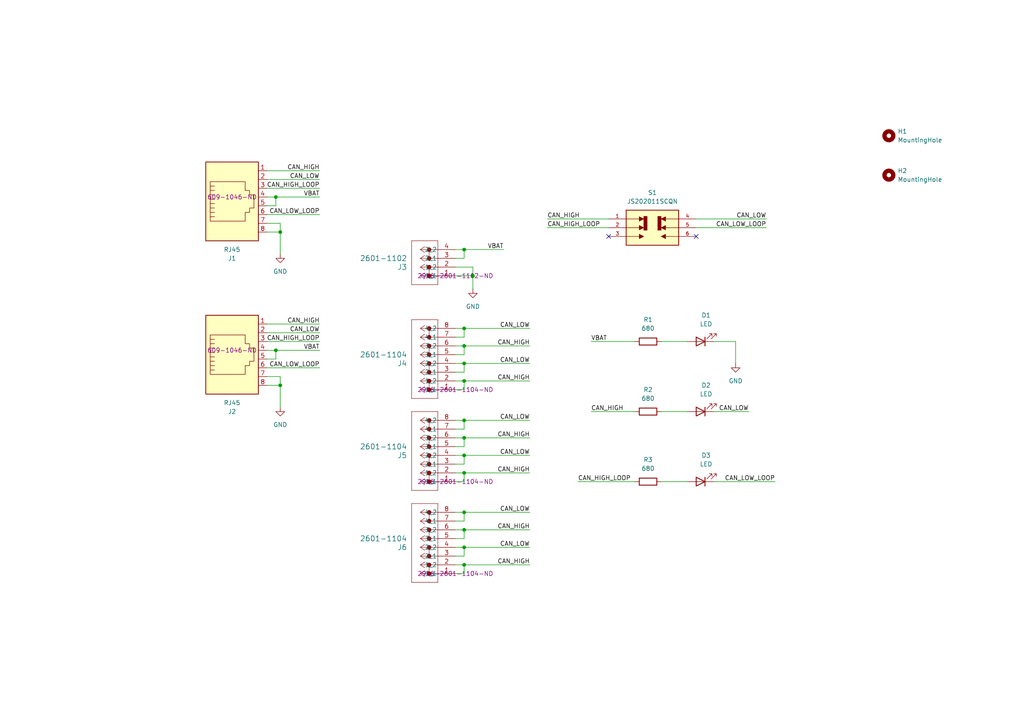
<source format=kicad_sch>
(kicad_sch (version 20250114) (generator "eeschema") (generator_version "9.0")
  (paper "A4")
  (title_block (title "Foyer CAN Wiring") (date "2025-04-16") (rev "A") (company "QNibble Systems") (comment 1 "Copyright 2025 Nick Butts"))
  (lib_symbols
    (symbol "Connector:RJ45" (pin_names (offset 1.016))
      (property "Reference" "J" (at -5.08 13.97 0))
      (property "Value" "RJ45" (at 2.54 13.97 0))
      (symbol "RJ45_0_1"
        (polyline (pts (xy -6.35 1.905) (xy -5.08 1.905) (xy -5.08 1.905)))
        (polyline (pts (xy -6.35 0.635) (xy -5.08 0.635) (xy -5.08 0.635)))
        (polyline (pts (xy -6.35 -0.635) (xy -5.08 -0.635) (xy -5.08 -0.635)))
        (polyline (pts (xy -6.35 -1.905) (xy -5.08 -1.905) (xy -5.08 -1.905)))
        (polyline (pts (xy -6.35 -3.175) (xy -5.08 -3.175) (xy -5.08 -3.175)))
        (polyline (pts (xy -6.35 -4.445) (xy -6.35 6.985) (xy 3.81 6.985) (xy 3.81 4.445) (xy 5.08 4.445) (xy 5.08 3.175) (xy 6.35 3.175) (xy 6.35 -0.635) (xy 5.08 -0.635) (xy 5.08 -1.905) (xy 3.81 -1.905) (xy 3.81 -4.445) (xy -6.35 -4.445) (xy -6.35 -4.445)))
        (polyline (pts (xy -5.08 5.715) (xy -6.35 5.715)))
        (polyline (pts (xy -5.08 4.445) (xy -6.35 4.445)))
        (polyline (pts (xy -5.08 3.175) (xy -6.35 3.175) (xy -6.35 3.175)))
        (rectangle (start 7.62 12.7) (end -7.62 -10.16) (stroke (width 0.254)) (fill (type background)))
      )
      (symbol "RJ45_1_1"
        (pin passive line (at 10.16 10.16 180) (length 2.54) (name "~") (number "8"))
        (pin passive line (at 10.16 7.62 180) (length 2.54) (name "~") (number "7"))
        (pin passive line (at 10.16 5.08 180) (length 2.54) (name "~") (number "6"))
        (pin passive line (at 10.16 2.54 180) (length 2.54) (name "~") (number "5"))
        (pin passive line (at 10.16 0 180) (length 2.54) (name "~") (number "4"))
        (pin passive line (at 10.16 -2.54 180) (length 2.54) (name "~") (number "3"))
        (pin passive line (at 10.16 -5.08 180) (length 2.54) (name "~") (number "2"))
        (pin passive line (at 10.16 -7.62 180) (length 2.54) (name "~") (number "1"))
      )
    )
    (symbol "Device:LED" (pin_numbers (hide yes)) (pin_names (offset 1.016) (hide yes))
      (property "Reference" "D" (at 0 2.54 0))
      (property "Value" "LED" (at 0 -2.54 0))
      (symbol "LED_0_1"
        (polyline (pts (xy -3.048 -0.762) (xy -4.572 -2.286) (xy -3.81 -2.286) (xy -4.572 -2.286) (xy -4.572 -1.524)))
        (polyline (pts (xy -1.778 -0.762) (xy -3.302 -2.286) (xy -2.54 -2.286) (xy -3.302 -2.286) (xy -3.302 -1.524)))
        (polyline (pts (xy -1.27 0) (xy 1.27 0)))
        (polyline (pts (xy -1.27 -1.27) (xy -1.27 1.27)) (stroke (width 0.254)))
        (polyline (pts (xy 1.27 -1.27) (xy 1.27 1.27) (xy -1.27 0) (xy 1.27 -1.27)) (stroke (width 0.254)))
      )
      (symbol "LED_1_1"
        (pin passive line (at -3.81 0 0) (length 2.54) (name "K") (number "1"))
        (pin passive line (at 3.81 0 180) (length 2.54) (name "A") (number "2"))
      )
    )
    (symbol "Device:R" (pin_numbers (hide yes)) (pin_names (offset 0))
      (property "Reference" "R" (at 2.032 0 90))
      (property "Value" "R" (at 0 0 90))
      (symbol "R_0_1"
        (rectangle (start -1.016 -2.54) (end 1.016 2.54) (stroke (width 0.254)))
      )
      (symbol "R_1_1"
        (pin passive line (at 0 3.81 270) (length 1.27) (name "~") (number "1"))
        (pin passive line (at 0 -3.81 90) (length 1.27) (name "~") (number "2"))
      )
    )
    (symbol "LocalSyms:JS202011SCQN" (pin_names (offset 1.016))
      (property "Reference" "S" (at -7.62 6.35 0))
      (property "Value" "JS202011SCQN" (at -7.62 -6.35 0))
      (symbol "JS202011SCQN_0_0"
        (polyline (pts (xy -7.62 2.54) (xy -3.81 2.54)) (stroke (width 0.1524)))
        (polyline (pts (xy -7.62 0) (xy -3.81 0)) (stroke (width 0.1524)))
        (polyline (pts (xy -7.62 -2.54) (xy -3.81 -2.54)) (stroke (width 0.1524)))
        (rectangle (start -7.62 -5.08) (end 7.62 5.08) (stroke (width 0.254)) (fill (type background)))
        (polyline (pts (xy -3.81 3.175) (xy -3.81 1.905) (xy -2.54 2.54) (xy -3.81 3.175)) (stroke (width 0.1524)) (fill (type outline)))
        (polyline (pts (xy -3.81 0.635) (xy -3.81 -0.635) (xy -2.54 0) (xy -3.81 0.635)) (stroke (width 0.1524)) (fill (type outline)))
        (polyline (pts (xy -3.81 -1.905) (xy -3.81 -3.175) (xy -2.54 -2.54) (xy -3.81 -1.905)) (stroke (width 0.1524)) (fill (type outline)))
        (polyline (pts (xy -2.54 3.302) (xy -2.54 -0.762) (xy -1.524 -0.762) (xy -1.524 3.302) (xy -2.54 3.302)) (stroke (width 0.0254)) (fill (type outline)))
        (polyline (pts (xy 1.524 3.302) (xy 1.524 -0.762) (xy 2.54 -0.762) (xy 2.54 3.302) (xy 1.524 3.302)) (stroke (width 0.0254)) (fill (type outline)))
        (polyline (pts (xy 3.81 1.905) (xy 3.81 3.175) (xy 2.54 2.54) (xy 3.81 1.905)) (stroke (width 0.1524)) (fill (type outline)))
        (polyline (pts (xy 3.81 -0.635) (xy 3.81 0.635) (xy 2.54 0) (xy 3.81 -0.635)) (stroke (width 0.1524)) (fill (type outline)))
        (polyline (pts (xy 3.81 -3.175) (xy 3.81 -1.905) (xy 2.54 -2.54) (xy 3.81 -3.175)) (stroke (width 0.1524)) (fill (type outline)))
        (polyline (pts (xy 7.62 2.54) (xy 3.81 2.54)) (stroke (width 0.1524)))
        (polyline (pts (xy 7.62 0) (xy 3.81 0)) (stroke (width 0.1524)))
        (polyline (pts (xy 7.62 -2.54) (xy 3.81 -2.54)) (stroke (width 0.1524)))
        (pin passive line (at -12.7 2.54 0) (length 5.08) (name "~") (number "1"))
        (pin passive line (at -12.7 0 0) (length 5.08) (name "~") (number "2"))
        (pin passive line (at -12.7 -2.54 0) (length 5.08) (name "~") (number "3"))
        (pin passive line (at 12.7 2.54 180) (length 5.08) (name "~") (number "4"))
        (pin passive line (at 12.7 0 180) (length 5.08) (name "~") (number "5"))
        (pin passive line (at 12.7 -2.54 180) (length 5.08) (name "~") (number "6"))
      )
    )
    (symbol "LocalSyms:WAGO 2601-1102" (pin_names (offset 0.254))
      (property "Reference" "J" (at 8.89 6.35 0))
      (property "Value" "2601-1102" (at 0 0 0))
      (symbol "WAGO 2601-1102_1_1"
        (polyline (pts (xy 5.08 2.54) (xy 5.08 -10.16)) (stroke (width 0.127)))
        (polyline (pts (xy 5.08 -10.16) (xy 12.7 -10.16)) (stroke (width 0.127)))
        (polyline (pts (xy 7.62 0) (xy 7.62 -2.54)) (stroke (width 0.127)))
        (circle (center 7.62 0) (radius 0.127) (stroke (width 0.508)))
        (circle (center 7.62 -2.54) (radius 0.127) (stroke (width 0.508)))
        (polyline (pts (xy 7.62 -5.08) (xy 7.62 -7.62)) (stroke (width 0.127)))
        (circle (center 7.62 -5.08) (radius 0.127) (stroke (width 0.508)))
        (circle (center 7.62 -7.62) (radius 0.127) (stroke (width 0.508)))
        (polyline (pts (xy 10.16 0) (xy 5.08 0)) (stroke (width 0.127)))
        (polyline (pts (xy 10.16 0) (xy 8.89 0.8467)) (stroke (width 0.127)))
        (polyline (pts (xy 10.16 0) (xy 8.89 -0.8467)) (stroke (width 0.127)))
        (polyline (pts (xy 10.16 -2.54) (xy 5.08 -2.54)) (stroke (width 0.127)))
        (polyline (pts (xy 10.16 -2.54) (xy 8.89 -1.6933)) (stroke (width 0.127)))
        (polyline (pts (xy 10.16 -2.54) (xy 8.89 -3.3867)) (stroke (width 0.127)))
        (polyline (pts (xy 10.16 -5.08) (xy 5.08 -5.08)) (stroke (width 0.127)))
        (polyline (pts (xy 10.16 -5.08) (xy 8.89 -4.2333)) (stroke (width 0.127)))
        (polyline (pts (xy 10.16 -5.08) (xy 8.89 -5.9267)) (stroke (width 0.127)))
        (polyline (pts (xy 10.16 -7.62) (xy 5.08 -7.62)) (stroke (width 0.127)))
        (polyline (pts (xy 10.16 -7.62) (xy 8.89 -6.7733)) (stroke (width 0.127)))
        (polyline (pts (xy 10.16 -7.62) (xy 8.89 -8.4667)) (stroke (width 0.127)))
        (polyline (pts (xy 12.7 2.54) (xy 5.08 2.54)) (stroke (width 0.127)))
        (polyline (pts (xy 12.7 -10.16) (xy 12.7 2.54)) (stroke (width 0.127)))
        (pin unspecified line (at 0 0 0) (length 5.08) (name "1_1") (number "1"))
        (pin unspecified line (at 0 -2.54 0) (length 5.08) (name "1_2") (number "2"))
        (pin unspecified line (at 0 -5.08 0) (length 5.08) (name "2_1") (number "3"))
        (pin unspecified line (at 0 -7.62 0) (length 5.08) (name "2_2") (number "4"))
      )
      (symbol "WAGO 2601-1102_1_2"
        (polyline (pts (xy 5.08 2.54) (xy 5.08 -10.16)) (stroke (width 0.127)))
        (polyline (pts (xy 5.08 -10.16) (xy 12.7 -10.16)) (stroke (width 0.127)))
        (polyline (pts (xy 7.62 0) (xy 7.62 -2.54)) (stroke (width 0.127)))
        (circle (center 7.62 0) (radius 0.127) (stroke (width 0.508)))
        (circle (center 7.62 -2.54) (radius 0.127) (stroke (width 0.508)))
        (polyline (pts (xy 7.62 -5.08) (xy 7.62 -7.62)) (stroke (width 0.127)))
        (circle (center 7.62 -5.08) (radius 0.127) (stroke (width 0.508)))
        (circle (center 7.62 -7.62) (radius 0.127) (stroke (width 0.508)))
        (polyline (pts (xy 10.16 0) (xy 5.08 0)) (stroke (width 0.127)))
        (polyline (pts (xy 10.16 0) (xy 8.89 0.8467)) (stroke (width 0.127)))
        (polyline (pts (xy 10.16 0) (xy 8.89 -0.8467)) (stroke (width 0.127)))
        (polyline (pts (xy 10.16 -2.54) (xy 5.08 -2.54)) (stroke (width 0.127)))
        (polyline (pts (xy 10.16 -2.54) (xy 8.89 -1.6933)) (stroke (width 0.127)))
        (polyline (pts (xy 10.16 -2.54) (xy 8.89 -3.3867)) (stroke (width 0.127)))
        (polyline (pts (xy 10.16 -5.08) (xy 5.08 -5.08)) (stroke (width 0.127)))
        (polyline (pts (xy 10.16 -5.08) (xy 8.89 -4.2333)) (stroke (width 0.127)))
        (polyline (pts (xy 10.16 -5.08) (xy 8.89 -5.9267)) (stroke (width 0.127)))
        (polyline (pts (xy 10.16 -7.62) (xy 5.08 -7.62)) (stroke (width 0.127)))
        (polyline (pts (xy 10.16 -7.62) (xy 8.89 -6.7733)) (stroke (width 0.127)))
        (polyline (pts (xy 10.16 -7.62) (xy 8.89 -8.4667)) (stroke (width 0.127)))
        (polyline (pts (xy 12.7 2.54) (xy 5.08 2.54)) (stroke (width 0.127)))
        (polyline (pts (xy 12.7 -10.16) (xy 12.7 2.54)) (stroke (width 0.127)))
        (pin unspecified line (at 0 0 0) (length 5.08) (name "1_1") (number "1"))
        (pin unspecified line (at 0 -2.54 0) (length 5.08) (name "1_2") (number "2"))
        (pin unspecified line (at 0 -5.08 0) (length 5.08) (name "2_1") (number "3"))
        (pin unspecified line (at 0 -7.62 0) (length 5.08) (name "2_2") (number "4"))
      )
    )
    (symbol "LocalSyms:WAGO 2601-1104" (pin_names (offset 0.254))
      (property "Reference" "J" (at 8.89 6.35 0))
      (property "Value" "2601-1104" (at 0 0 0))
      (symbol "WAGO 2601-1104_1_1"
        (polyline (pts (xy 5.08 2.54) (xy 5.08 -20.32)) (stroke (width 0.127)))
        (polyline (pts (xy 5.08 -20.32) (xy 12.7 -20.32)) (stroke (width 0.127)))
        (polyline (pts (xy 7.62 0) (xy 7.62 -2.54)) (stroke (width 0.127)))
        (circle (center 7.62 0) (radius 0.127) (stroke (width 0.508)))
        (circle (center 7.62 -2.54) (radius 0.127) (stroke (width 0.508)))
        (polyline (pts (xy 7.62 -5.08) (xy 7.62 -7.62)) (stroke (width 0.127)))
        (circle (center 7.62 -5.08) (radius 0.127) (stroke (width 0.508)))
        (circle (center 7.62 -7.62) (radius 0.127) (stroke (width 0.508)))
        (polyline (pts (xy 7.62 -10.16) (xy 7.62 -12.7)) (stroke (width 0.127)))
        (circle (center 7.62 -10.16) (radius 0.127) (stroke (width 0.508)))
        (circle (center 7.62 -12.7) (radius 0.127) (stroke (width 0.508)))
        (polyline (pts (xy 7.62 -15.24) (xy 7.62 -17.78)) (stroke (width 0.127)))
        (circle (center 7.62 -15.24) (radius 0.127) (stroke (width 0.508)))
        (circle (center 7.62 -17.78) (radius 0.127) (stroke (width 0.508)))
        (polyline (pts (xy 10.16 0) (xy 5.08 0)) (stroke (width 0.127)))
        (polyline (pts (xy 10.16 0) (xy 8.89 0.8467)) (stroke (width 0.127)))
        (polyline (pts (xy 10.16 0) (xy 8.89 -0.8467)) (stroke (width 0.127)))
        (polyline (pts (xy 10.16 -2.54) (xy 5.08 -2.54)) (stroke (width 0.127)))
        (polyline (pts (xy 10.16 -2.54) (xy 8.89 -1.6933)) (stroke (width 0.127)))
        (polyline (pts (xy 10.16 -2.54) (xy 8.89 -3.3867)) (stroke (width 0.127)))
        (polyline (pts (xy 10.16 -5.08) (xy 5.08 -5.08)) (stroke (width 0.127)))
        (polyline (pts (xy 10.16 -5.08) (xy 8.89 -4.2333)) (stroke (width 0.127)))
        (polyline (pts (xy 10.16 -5.08) (xy 8.89 -5.9267)) (stroke (width 0.127)))
        (polyline (pts (xy 10.16 -7.62) (xy 5.08 -7.62)) (stroke (width 0.127)))
        (polyline (pts (xy 10.16 -7.62) (xy 8.89 -6.7733)) (stroke (width 0.127)))
        (polyline (pts (xy 10.16 -7.62) (xy 8.89 -8.4667)) (stroke (width 0.127)))
        (polyline (pts (xy 10.16 -10.16) (xy 5.08 -10.16)) (stroke (width 0.127)))
        (polyline (pts (xy 10.16 -10.16) (xy 8.89 -9.3133)) (stroke (width 0.127)))
        (polyline (pts (xy 10.16 -10.16) (xy 8.89 -11.0067)) (stroke (width 0.127)))
        (polyline (pts (xy 10.16 -12.7) (xy 5.08 -12.7)) (stroke (width 0.127)))
        (polyline (pts (xy 10.16 -12.7) (xy 8.89 -11.8533)) (stroke (width 0.127)))
        (polyline (pts (xy 10.16 -12.7) (xy 8.89 -13.5467)) (stroke (width 0.127)))
        (polyline (pts (xy 10.16 -15.24) (xy 5.08 -15.24)) (stroke (width 0.127)))
        (polyline (pts (xy 10.16 -15.24) (xy 8.89 -14.3933)) (stroke (width 0.127)))
        (polyline (pts (xy 10.16 -15.24) (xy 8.89 -16.0867)) (stroke (width 0.127)))
        (polyline (pts (xy 10.16 -17.78) (xy 5.08 -17.78)) (stroke (width 0.127)))
        (polyline (pts (xy 10.16 -17.78) (xy 8.89 -16.9333)) (stroke (width 0.127)))
        (polyline (pts (xy 10.16 -17.78) (xy 8.89 -18.6267)) (stroke (width 0.127)))
        (polyline (pts (xy 12.7 2.54) (xy 5.08 2.54)) (stroke (width 0.127)))
        (polyline (pts (xy 12.7 -20.32) (xy 12.7 2.54)) (stroke (width 0.127)))
        (pin unspecified line (at 0 0 0) (length 5.08) (name "1_1") (number "1"))
        (pin unspecified line (at 0 -2.54 0) (length 5.08) (name "1_2") (number "2"))
        (pin unspecified line (at 0 -5.08 0) (length 5.08) (name "2_1") (number "3"))
        (pin unspecified line (at 0 -7.62 0) (length 5.08) (name "2_2") (number "4"))
        (pin unspecified line (at 0 -10.16 0) (length 5.08) (name "3_1") (number "5"))
        (pin unspecified line (at 0 -12.7 0) (length 5.08) (name "3_2") (number "6"))
        (pin unspecified line (at 0 -15.24 0) (length 5.08) (name "4_1") (number "7"))
        (pin unspecified line (at 0 -17.78 0) (length 5.08) (name "4_2") (number "8"))
      )
      (symbol "WAGO 2601-1104_1_2"
        (polyline (pts (xy 5.08 2.54) (xy 5.08 -20.32)) (stroke (width 0.127)))
        (polyline (pts (xy 5.08 -20.32) (xy 12.7 -20.32)) (stroke (width 0.127)))
        (polyline (pts (xy 7.62 0) (xy 7.62 -2.54)) (stroke (width 0.127)))
        (circle (center 7.62 0) (radius 0.127) (stroke (width 0.508)))
        (circle (center 7.62 -2.54) (radius 0.127) (stroke (width 0.508)))
        (polyline (pts (xy 7.62 -5.08) (xy 7.62 -7.62)) (stroke (width 0.127)))
        (circle (center 7.62 -5.08) (radius 0.127) (stroke (width 0.508)))
        (circle (center 7.62 -7.62) (radius 0.127) (stroke (width 0.508)))
        (polyline (pts (xy 7.62 -10.16) (xy 7.62 -12.7)) (stroke (width 0.127)))
        (circle (center 7.62 -10.16) (radius 0.127) (stroke (width 0.508)))
        (circle (center 7.62 -12.7) (radius 0.127) (stroke (width 0.508)))
        (polyline (pts (xy 7.62 -15.24) (xy 7.62 -17.78)) (stroke (width 0.127)))
        (circle (center 7.62 -15.24) (radius 0.127) (stroke (width 0.508)))
        (circle (center 7.62 -17.78) (radius 0.127) (stroke (width 0.508)))
        (polyline (pts (xy 10.16 0) (xy 5.08 0)) (stroke (width 0.127)))
        (polyline (pts (xy 10.16 0) (xy 8.89 0.8467)) (stroke (width 0.127)))
        (polyline (pts (xy 10.16 0) (xy 8.89 -0.8467)) (stroke (width 0.127)))
        (polyline (pts (xy 10.16 -2.54) (xy 5.08 -2.54)) (stroke (width 0.127)))
        (polyline (pts (xy 10.16 -2.54) (xy 8.89 -1.6933)) (stroke (width 0.127)))
        (polyline (pts (xy 10.16 -2.54) (xy 8.89 -3.3867)) (stroke (width 0.127)))
        (polyline (pts (xy 10.16 -5.08) (xy 5.08 -5.08)) (stroke (width 0.127)))
        (polyline (pts (xy 10.16 -5.08) (xy 8.89 -4.2333)) (stroke (width 0.127)))
        (polyline (pts (xy 10.16 -5.08) (xy 8.89 -5.9267)) (stroke (width 0.127)))
        (polyline (pts (xy 10.16 -7.62) (xy 5.08 -7.62)) (stroke (width 0.127)))
        (polyline (pts (xy 10.16 -7.62) (xy 8.89 -6.7733)) (stroke (width 0.127)))
        (polyline (pts (xy 10.16 -7.62) (xy 8.89 -8.4667)) (stroke (width 0.127)))
        (polyline (pts (xy 10.16 -10.16) (xy 5.08 -10.16)) (stroke (width 0.127)))
        (polyline (pts (xy 10.16 -10.16) (xy 8.89 -9.3133)) (stroke (width 0.127)))
        (polyline (pts (xy 10.16 -10.16) (xy 8.89 -11.0067)) (stroke (width 0.127)))
        (polyline (pts (xy 10.16 -12.7) (xy 5.08 -12.7)) (stroke (width 0.127)))
        (polyline (pts (xy 10.16 -12.7) (xy 8.89 -11.8533)) (stroke (width 0.127)))
        (polyline (pts (xy 10.16 -12.7) (xy 8.89 -13.5467)) (stroke (width 0.127)))
        (polyline (pts (xy 10.16 -15.24) (xy 5.08 -15.24)) (stroke (width 0.127)))
        (polyline (pts (xy 10.16 -15.24) (xy 8.89 -14.3933)) (stroke (width 0.127)))
        (polyline (pts (xy 10.16 -15.24) (xy 8.89 -16.0867)) (stroke (width 0.127)))
        (polyline (pts (xy 10.16 -17.78) (xy 5.08 -17.78)) (stroke (width 0.127)))
        (polyline (pts (xy 10.16 -17.78) (xy 8.89 -16.9333)) (stroke (width 0.127)))
        (polyline (pts (xy 10.16 -17.78) (xy 8.89 -18.6267)) (stroke (width 0.127)))
        (polyline (pts (xy 12.7 2.54) (xy 5.08 2.54)) (stroke (width 0.127)))
        (polyline (pts (xy 12.7 -20.32) (xy 12.7 2.54)) (stroke (width 0.127)))
        (pin unspecified line (at 0 0 0) (length 5.08) (name "1_1") (number "1"))
        (pin unspecified line (at 0 -2.54 0) (length 5.08) (name "1_2") (number "2"))
        (pin unspecified line (at 0 -5.08 0) (length 5.08) (name "2_1") (number "3"))
        (pin unspecified line (at 0 -7.62 0) (length 5.08) (name "2_2") (number "4"))
        (pin unspecified line (at 0 -10.16 0) (length 5.08) (name "3_1") (number "5"))
        (pin unspecified line (at 0 -12.7 0) (length 5.08) (name "3_2") (number "6"))
        (pin unspecified line (at 0 -15.24 0) (length 5.08) (name "4_1") (number "7"))
        (pin unspecified line (at 0 -17.78 0) (length 5.08) (name "4_2") (number "8"))
      )
    )
    (symbol "Mechanical:MountingHole" (pin_names (offset 1.016)) (in_bom no)
      (property "Reference" "H" (at 0 5.08 0))
      (property "Value" "MountingHole" (at 0 3.175 0))
      (symbol "MountingHole_0_1"
        (circle (center 0 0) (radius 1.27) (stroke (width 1.27)))
      )
    )
    (symbol "power:GND" (power) (pin_numbers (hide yes)) (pin_names (offset 0) (hide yes))
      (property "Value" "GND" (at 0 -3.81 0))
      (symbol "GND_0_1"
        (polyline (pts (xy 0 0) (xy 0 -1.27) (xy 1.27 -1.27) (xy 0 -2.54) (xy -1.27 -1.27) (xy 0 -1.27)))
      )
      (symbol "GND_1_1"
        (pin power_in line (at 0 0 270) (length 0) (name "~") (number "1"))
      )
    )
  )
  (junction (at 80.01 101.6))
  (junction (at 134.62 158.75))
  (junction (at 137.16 80.01))
  (junction (at 134.62 127))
  (junction (at 134.62 105.41))
  (junction (at 134.62 110.49))
  (junction (at 134.62 95.25))
  (junction (at 134.62 132.08))
  (junction (at 80.01 57.15))
  (junction (at 134.62 100.33))
  (junction (at 134.62 121.92))
  (junction (at 134.62 72.39))
  (junction (at 134.62 148.59))
  (junction (at 81.28 111.76))
  (junction (at 134.62 163.83))
  (junction (at 134.62 153.67))
  (junction (at 134.62 137.16))
  (junction (at 81.28 67.31))
  (no_connect (at 176.53 68.58))
  (no_connect (at 201.93 68.58))
  (wire (pts (xy 207.01 119.38) (xy 217.17 119.38)))
  (wire (pts (xy 207.01 139.7) (xy 224.79 139.7)))
  (wire (pts (xy 132.08 151.13) (xy 134.62 151.13)))
  (wire (pts (xy 134.62 129.54) (xy 134.62 127)))
  (wire (pts (xy 77.47 96.52) (xy 92.71 96.52)))
  (wire (pts (xy 134.62 110.49) (xy 153.67 110.49)))
  (wire (pts (xy 191.77 99.06) (xy 199.39 99.06)))
  (wire (pts (xy 80.01 101.6) (xy 92.71 101.6)))
  (wire (pts (xy 134.62 113.03) (xy 134.62 110.49)))
  (wire (pts (xy 132.08 107.95) (xy 134.62 107.95)))
  (wire (pts (xy 132.08 72.39) (xy 134.62 72.39)))
  (wire (pts (xy 132.08 153.67) (xy 134.62 153.67)))
  (wire (pts (xy 77.47 54.61) (xy 92.71 54.61)))
  (wire (pts (xy 134.62 74.93) (xy 134.62 72.39)))
  (wire (pts (xy 134.62 107.95) (xy 134.62 105.41)))
  (wire (pts (xy 132.08 100.33) (xy 134.62 100.33)))
  (wire (pts (xy 132.08 132.08) (xy 134.62 132.08)))
  (wire (pts (xy 132.08 137.16) (xy 134.62 137.16)))
  (wire (pts (xy 171.45 99.06) (xy 184.15 99.06)))
  (wire (pts (xy 132.08 77.47) (xy 137.16 77.47)))
  (wire (pts (xy 81.28 64.77) (xy 81.28 67.31)))
  (wire (pts (xy 132.08 80.01) (xy 137.16 80.01)))
  (wire (pts (xy 201.93 63.5) (xy 222.25 63.5)))
  (wire (pts (xy 132.08 129.54) (xy 134.62 129.54)))
  (wire (pts (xy 158.75 66.04) (xy 176.53 66.04)))
  (wire (pts (xy 134.62 121.92) (xy 153.67 121.92)))
  (wire (pts (xy 134.62 124.46) (xy 134.62 121.92)))
  (wire (pts (xy 77.47 49.53) (xy 92.71 49.53)))
  (wire (pts (xy 137.16 80.01) (xy 137.16 83.82)))
  (wire (pts (xy 132.08 124.46) (xy 134.62 124.46)))
  (wire (pts (xy 134.62 134.62) (xy 134.62 132.08)))
  (wire (pts (xy 134.62 137.16) (xy 153.67 137.16)))
  (wire (pts (xy 191.77 119.38) (xy 199.39 119.38)))
  (wire (pts (xy 81.28 109.22) (xy 81.28 111.76)))
  (wire (pts (xy 77.47 93.98) (xy 92.71 93.98)))
  (wire (pts (xy 132.08 158.75) (xy 134.62 158.75)))
  (wire (pts (xy 132.08 97.79) (xy 134.62 97.79)))
  (wire (pts (xy 134.62 166.37) (xy 134.62 163.83)))
  (wire (pts (xy 134.62 153.67) (xy 153.67 153.67)))
  (wire (pts (xy 207.01 99.06) (xy 213.36 99.06)))
  (wire (pts (xy 134.62 100.33) (xy 153.67 100.33)))
  (wire (pts (xy 81.28 111.76) (xy 81.28 118.11)))
  (wire (pts (xy 191.77 139.7) (xy 199.39 139.7)))
  (wire (pts (xy 134.62 102.87) (xy 134.62 100.33)))
  (wire (pts (xy 132.08 134.62) (xy 134.62 134.62)))
  (wire (pts (xy 77.47 59.69) (xy 80.01 59.69)))
  (wire (pts (xy 167.64 139.7) (xy 184.15 139.7)))
  (wire (pts (xy 77.47 106.68) (xy 92.71 106.68)))
  (wire (pts (xy 134.62 97.79) (xy 134.62 95.25)))
  (wire (pts (xy 132.08 110.49) (xy 134.62 110.49)))
  (wire (pts (xy 132.08 148.59) (xy 134.62 148.59)))
  (wire (pts (xy 134.62 132.08) (xy 153.67 132.08)))
  (wire (pts (xy 132.08 156.21) (xy 134.62 156.21)))
  (wire (pts (xy 134.62 151.13) (xy 134.62 148.59)))
  (wire (pts (xy 132.08 113.03) (xy 134.62 113.03)))
  (wire (pts (xy 213.36 99.06) (xy 213.36 105.41)))
  (wire (pts (xy 134.62 127) (xy 153.67 127)))
  (wire (pts (xy 77.47 57.15) (xy 80.01 57.15)))
  (wire (pts (xy 132.08 95.25) (xy 134.62 95.25)))
  (wire (pts (xy 77.47 62.23) (xy 92.71 62.23)))
  (wire (pts (xy 80.01 57.15) (xy 92.71 57.15)))
  (wire (pts (xy 132.08 166.37) (xy 134.62 166.37)))
  (wire (pts (xy 77.47 99.06) (xy 92.71 99.06)))
  (wire (pts (xy 132.08 127) (xy 134.62 127)))
  (wire (pts (xy 77.47 111.76) (xy 81.28 111.76)))
  (wire (pts (xy 201.93 66.04) (xy 222.25 66.04)))
  (wire (pts (xy 132.08 74.93) (xy 134.62 74.93)))
  (wire (pts (xy 171.45 119.38) (xy 184.15 119.38)))
  (wire (pts (xy 158.75 63.5) (xy 176.53 63.5)))
  (wire (pts (xy 134.62 158.75) (xy 153.67 158.75)))
  (wire (pts (xy 77.47 104.14) (xy 80.01 104.14)))
  (wire (pts (xy 134.62 163.83) (xy 153.67 163.83)))
  (wire (pts (xy 132.08 139.7) (xy 134.62 139.7)))
  (wire (pts (xy 134.62 105.41) (xy 153.67 105.41)))
  (wire (pts (xy 132.08 121.92) (xy 134.62 121.92)))
  (wire (pts (xy 134.62 161.29) (xy 134.62 158.75)))
  (wire (pts (xy 132.08 105.41) (xy 134.62 105.41)))
  (wire (pts (xy 77.47 64.77) (xy 81.28 64.77)))
  (wire (pts (xy 132.08 163.83) (xy 134.62 163.83)))
  (wire (pts (xy 134.62 72.39) (xy 146.05 72.39)))
  (wire (pts (xy 77.47 52.07) (xy 92.71 52.07)))
  (wire (pts (xy 134.62 156.21) (xy 134.62 153.67)))
  (wire (pts (xy 81.28 67.31) (xy 81.28 73.66)))
  (wire (pts (xy 132.08 161.29) (xy 134.62 161.29)))
  (wire (pts (xy 132.08 102.87) (xy 134.62 102.87)))
  (wire (pts (xy 134.62 148.59) (xy 153.67 148.59)))
  (wire (pts (xy 77.47 67.31) (xy 81.28 67.31)))
  (wire (pts (xy 80.01 104.14) (xy 80.01 101.6)))
  (wire (pts (xy 134.62 139.7) (xy 134.62 137.16)))
  (wire (pts (xy 80.01 59.69) (xy 80.01 57.15)))
  (wire (pts (xy 134.62 95.25) (xy 153.67 95.25)))
  (wire (pts (xy 77.47 109.22) (xy 81.28 109.22)))
  (wire (pts (xy 137.16 77.47) (xy 137.16 80.01)))
  (wire (pts (xy 77.47 101.6) (xy 80.01 101.6)))
  (label "CAN_LOW" (at 222.25 63.5 180))
  (label "CAN_LOW" (at 92.71 52.07 180))
  (label "CAN_LOW" (at 153.67 158.75 180))
  (label "CAN_LOW_LOOP" (at 92.71 62.23 180))
  (label "CAN_HIGH" (at 153.67 153.67 180))
  (label "CAN_HIGH_LOOP" (at 158.75 66.04 0))
  (label "VBAT" (at 171.45 99.06 0))
  (label "CAN_HIGH" (at 92.71 49.53 180))
  (label "CAN_LOW" (at 153.67 95.25 180))
  (label "CAN_LOW" (at 92.71 96.52 180))
  (label "CAN_HIGH" (at 153.67 127 180))
  (label "CAN_HIGH_LOOP" (at 167.64 139.7 0))
  (label "CAN_HIGH" (at 92.71 93.98 180))
  (label "CAN_HIGH" (at 153.67 110.49 180))
  (label "CAN_LOW" (at 153.67 121.92 180))
  (label "CAN_LOW_LOOP" (at 222.25 66.04 180))
  (label "VBAT" (at 146.05 72.39 180))
  (label "CAN_HIGH" (at 158.75 63.5 0))
  (label "CAN_HIGH_LOOP" (at 92.71 99.06 180))
  (label "VBAT" (at 92.71 101.6 180))
  (label "CAN_HIGH_LOOP" (at 92.71 54.61 180))
  (label "CAN_LOW" (at 153.67 148.59 180))
  (label "CAN_LOW_LOOP" (at 224.79 139.7 180))
  (label "CAN_LOW_LOOP" (at 92.71 106.68 180))
  (label "CAN_HIGH" (at 153.67 137.16 180))
  (label "CAN_HIGH" (at 153.67 100.33 180))
  (label "CAN_HIGH" (at 153.67 163.83 180))
  (label "CAN_LOW" (at 217.17 119.38 180))
  (label "VBAT" (at 92.71 57.15 180))
  (label "CAN_HIGH" (at 171.45 119.38 0))
  (label "CAN_LOW" (at 153.67 132.08 180))
  (label "CAN_LOW" (at 153.67 105.41 180))
  (symbol (lib_id "Mechanical:MountingHole") (at 257.81 39.37 0) (unit 1) (in_bom no)
    (property "Reference" "H1" (at 260.35 38.0999 0) (effects (justify left)))
    (property "Value" "MountingHole" (at 260.35 40.6399 0) (effects (justify left)))
    (property "Footprint" "MountingHole:MountingHole_3.2mm_M3" (effects (hide yes)))
    (property "Description" "Mounting Hole without connection" (effects (hide yes)))
  )
  (symbol (lib_id "power:GND") (at 81.28 73.66 0) (unit 1)
    (property "Reference" "#PWR01" (effects (hide yes)))
    (property "Value" "GND" (at 81.28 78.74 0))
    (property "Description" "Power symbol creates a global label with name \"GND\" , ground" (effects (hide yes)))
  )
  (symbol (lib_id "Device:LED") (at 203.2 139.7 180) (unit 1)
    (property "Reference" "D3" (at 204.7875 132.08 0))
    (property "Value" "LED" (at 204.7875 134.62 0))
    (property "Footprint" "LED_SMD:LED_0603_1608Metric" (effects (hide yes)))
    (property "Description" "Light emitting diode" (effects (hide yes)))
    (property "Sim.Pins" "1=K 2=A" (effects (hide yes)))
  )
  (symbol (lib_id "power:GND") (at 137.16 83.82 0) (unit 1)
    (property "Reference" "#PWR03" (effects (hide yes)))
    (property "Value" "GND" (at 137.16 88.9 0))
    (property "Description" "Power symbol creates a global label with name \"GND\" , ground" (effects (hide yes)))
  )
  (symbol (lib_id "Mechanical:MountingHole") (at 257.81 50.8 0) (unit 1) (in_bom no)
    (property "Reference" "H2" (at 260.35 49.5299 0) (effects (justify left)))
    (property "Value" "MountingHole" (at 260.35 52.0699 0) (effects (justify left)))
    (property "Footprint" "MountingHole:MountingHole_3.2mm_M3" (effects (hide yes)))
    (property "Description" "Mounting Hole without connection" (effects (hide yes)))
  )
  (symbol (lib_id "LocalSyms:WAGO 2601-1104") (at 132.08 166.37 180) (unit 1)
    (property "Reference" "J6" (at 118.11 158.7501 0) (effects (font (size 1.524 1.524)) (justify left)))
    (property "Value" "2601-1104" (at 118.11 156.2101 0) (effects (font (size 1.524 1.524)) (justify left)))
    (property "Footprint" "LocalFootprints:CONN4_2601-1104_WAG" (effects (hide yes)))
    (property "Datasheet" "2601-1104" (effects (hide yes)))
    (property "Digikey" "2946-2601-1104-ND" (at 132.08 166.37 0))
  )
  (symbol (lib_id "Device:LED") (at 203.2 99.06 180) (unit 1)
    (property "Reference" "D1" (at 204.7875 91.44 0))
    (property "Value" "LED" (at 204.7875 93.98 0))
    (property "Footprint" "LED_SMD:LED_0603_1608Metric" (effects (hide yes)))
    (property "Description" "Light emitting diode" (effects (hide yes)))
    (property "Sim.Pins" "1=K 2=A" (effects (hide yes)))
  )
  (symbol (lib_id "Device:R") (at 187.96 119.38 90) (unit 1)
    (property "Reference" "R2" (at 187.96 113.03 90))
    (property "Value" "680" (at 187.96 115.57 90))
    (property "Footprint" "Resistor_SMD:R_0603_1608Metric" (effects (hide yes)))
    (property "Description" "Resistor" (effects (hide yes)))
  )
  (symbol (lib_id "Connector:RJ45") (at 67.31 101.6 0) (mirror x) (unit 1)
    (property "Reference" "J2" (at 67.31 119.38 0))
    (property "Value" "RJ45" (at 67.31 116.84 0))
    (property "Footprint" "LocalFootprints:AMPHENOL_54602-908LF" (effects (hide yes)))
    (property "Description" "RJ connector, 8P8C (8 positions 8 connected)" (effects (hide yes)))
    (property "Digikey" "609-1046-ND" (at 67.31 101.6 0))
  )
  (symbol (lib_id "LocalSyms:WAGO 2601-1104") (at 132.08 113.03 180) (unit 1)
    (property "Reference" "J4" (at 118.11 105.4101 0) (effects (font (size 1.524 1.524)) (justify left)))
    (property "Value" "2601-1104" (at 118.11 102.8701 0) (effects (font (size 1.524 1.524)) (justify left)))
    (property "Footprint" "LocalFootprints:CONN4_2601-1104_WAG" (effects (hide yes)))
    (property "Datasheet" "2601-1104" (effects (hide yes)))
    (property "Digikey" "2946-2601-1104-ND" (at 132.08 113.03 0))
  )
  (symbol (lib_id "Device:LED") (at 203.2 119.38 180) (unit 1)
    (property "Reference" "D2" (at 204.7875 111.76 0))
    (property "Value" "LED" (at 204.7875 114.3 0))
    (property "Footprint" "LED_SMD:LED_0603_1608Metric" (effects (hide yes)))
    (property "Description" "Light emitting diode" (effects (hide yes)))
    (property "Sim.Pins" "1=K 2=A" (effects (hide yes)))
  )
  (symbol (lib_id "LocalSyms:JS202011SCQN") (at 189.23 66.04 0) (unit 1)
    (property "Reference" "S1" (at 189.23 55.88 0))
    (property "Value" "JS202011SCQN" (at 189.23 58.42 0))
    (property "Footprint" "LocalFootprints:SW_JS202011SCQN" (effects (hide yes)))
    (property "PARTREV" "26 May 22" (effects (hide yes)))
    (property "SNAPEDA_PN" "JS202011SCQN" (effects (hide yes)))
    (property "STANDARD" "Manufacturer Recommendations" (effects (hide yes)))
    (property "MAXIMUM_PACKAGE_HEIGHT" "5.5 mm" (effects (hide yes)))
    (property "MANUFACTURER" "C&K" (effects (hide yes)))
  )
  (symbol (lib_id "power:GND") (at 81.28 118.11 0) (unit 1)
    (property "Reference" "#PWR02" (effects (hide yes)))
    (property "Value" "GND" (at 81.28 123.19 0))
    (property "Description" "Power symbol creates a global label with name \"GND\" , ground" (effects (hide yes)))
  )
  (symbol (lib_id "Connector:RJ45") (at 67.31 57.15 0) (mirror x) (unit 1)
    (property "Reference" "J1" (at 67.31 74.93 0))
    (property "Value" "RJ45" (at 67.31 72.39 0))
    (property "Footprint" "LocalFootprints:AMPHENOL_54602-908LF" (effects (hide yes)))
    (property "Description" "RJ connector, 8P8C (8 positions 8 connected)" (effects (hide yes)))
    (property "Digikey" "609-1046-ND" (at 67.31 57.15 0))
  )
  (symbol (lib_id "LocalSyms:WAGO 2601-1104") (at 132.08 139.7 180) (unit 1)
    (property "Reference" "J5" (at 118.11 132.0801 0) (effects (font (size 1.524 1.524)) (justify left)))
    (property "Value" "2601-1104" (at 118.11 129.5401 0) (effects (font (size 1.524 1.524)) (justify left)))
    (property "Footprint" "LocalFootprints:CONN4_2601-1104_WAG" (effects (hide yes)))
    (property "Datasheet" "2601-1104" (effects (hide yes)))
    (property "Digikey" "2946-2601-1104-ND" (at 132.08 139.7 0))
  )
  (symbol (lib_id "Device:R") (at 187.96 99.06 90) (unit 1)
    (property "Reference" "R1" (at 187.96 92.71 90))
    (property "Value" "680" (at 187.96 95.25 90))
    (property "Footprint" "Resistor_SMD:R_0603_1608Metric" (effects (hide yes)))
    (property "Description" "Resistor" (effects (hide yes)))
  )
  (symbol (lib_id "Device:R") (at 187.96 139.7 90) (unit 1)
    (property "Reference" "R3" (at 187.96 133.35 90))
    (property "Value" "680" (at 187.96 135.89 90))
    (property "Footprint" "Resistor_SMD:R_0603_1608Metric" (effects (hide yes)))
    (property "Description" "Resistor" (effects (hide yes)))
  )
  (symbol (lib_id "power:GND") (at 213.36 105.41 0) (unit 1)
    (property "Reference" "#PWR04" (effects (hide yes)))
    (property "Value" "GND" (at 213.36 110.49 0))
    (property "Description" "Power symbol creates a global label with name \"GND\" , ground" (effects (hide yes)))
  )
  (symbol (lib_id "LocalSyms:WAGO 2601-1102") (at 132.08 80.01 180) (unit 1)
    (property "Reference" "J3" (at 118.11 77.4701 0) (effects (font (size 1.524 1.524)) (justify left)))
    (property "Value" "2601-1102" (at 118.11 74.9301 0) (effects (font (size 1.524 1.524)) (justify left)))
    (property "Footprint" "LocalFootprints:CONN2_2601-1102_WAG" (effects (hide yes)))
    (property "Datasheet" "2601-1102" (effects (hide yes)))
    (property "Digikey" "2946-2601-1102-ND" (at 132.08 80.01 0))
  )
)
</source>
